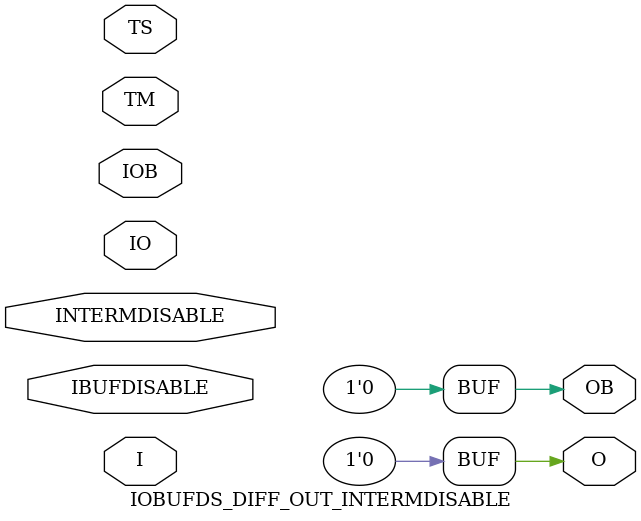
<source format=v>
module IOBUFDS_DIFF_OUT_INTERMDISABLE(	// file.cleaned.mlir:2:3
  inout  IO,	// file.cleaned.mlir:2:51
         IOB,	// file.cleaned.mlir:2:67
  input  I,	// file.cleaned.mlir:2:81
         IBUFDISABLE,	// file.cleaned.mlir:2:93
         INTERMDISABLE,	// file.cleaned.mlir:2:115
         TM,	// file.cleaned.mlir:2:139
         TS,	// file.cleaned.mlir:2:152
  output O,	// file.cleaned.mlir:2:166
         OB	// file.cleaned.mlir:2:178
);

  assign O = 1'h0;	// file.cleaned.mlir:3:14, :4:5
  assign OB = 1'h0;	// file.cleaned.mlir:3:14, :4:5
endmodule


</source>
